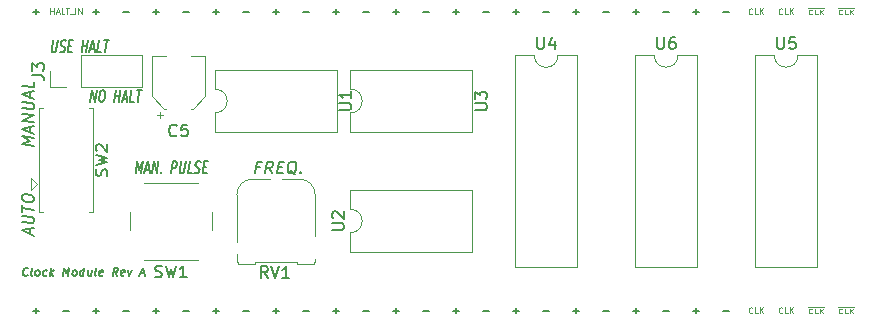
<source format=gbr>
%TF.GenerationSoftware,KiCad,Pcbnew,6.0.1-79c1e3a40b~116~ubuntu20.04.1*%
%TF.CreationDate,2022-02-13T18:37:17+04:00*%
%TF.ProjectId,clock_module,636c6f63-6b5f-46d6-9f64-756c652e6b69,rev?*%
%TF.SameCoordinates,Original*%
%TF.FileFunction,Legend,Top*%
%TF.FilePolarity,Positive*%
%FSLAX46Y46*%
G04 Gerber Fmt 4.6, Leading zero omitted, Abs format (unit mm)*
G04 Created by KiCad (PCBNEW 6.0.1-79c1e3a40b~116~ubuntu20.04.1) date 2022-02-13 18:37:17*
%MOMM*%
%LPD*%
G01*
G04 APERTURE LIST*
%ADD10C,0.150000*%
%ADD11C,0.125000*%
%ADD12C,0.100000*%
%ADD13C,0.175000*%
%ADD14C,0.120000*%
G04 APERTURE END LIST*
D10*
X68371980Y-53308929D02*
X67371980Y-53183929D01*
X68086266Y-52939882D01*
X67371980Y-52517263D01*
X68371980Y-52642263D01*
X68086266Y-52177977D02*
X68086266Y-51701786D01*
X68371980Y-52308929D02*
X67371980Y-51850596D01*
X68371980Y-51642263D01*
X68371980Y-51308929D02*
X67371980Y-51183929D01*
X68371980Y-50737501D01*
X67371980Y-50612501D01*
X67371980Y-50136310D02*
X68181504Y-50237501D01*
X68276742Y-50201786D01*
X68324361Y-50160120D01*
X68371980Y-50070834D01*
X68371980Y-49880358D01*
X68324361Y-49779167D01*
X68276742Y-49725596D01*
X68181504Y-49666072D01*
X67371980Y-49564882D01*
X68086266Y-49225596D02*
X68086266Y-48749405D01*
X68371980Y-49356548D02*
X67371980Y-48898215D01*
X68371980Y-48689882D01*
X68371980Y-47880358D02*
X68371980Y-48356548D01*
X67371980Y-48231548D01*
X68111666Y-60780625D02*
X68111666Y-60304434D01*
X68397380Y-60911577D02*
X67397380Y-60453244D01*
X68397380Y-60244910D01*
X67397380Y-59786577D02*
X68206904Y-59887767D01*
X68302142Y-59852053D01*
X68349761Y-59810386D01*
X68397380Y-59721101D01*
X68397380Y-59530625D01*
X68349761Y-59429434D01*
X68302142Y-59375863D01*
X68206904Y-59316339D01*
X67397380Y-59215148D01*
X67397380Y-58881815D02*
X67397380Y-58310386D01*
X68397380Y-58721101D02*
X67397380Y-58596101D01*
X67397380Y-57786577D02*
X67397380Y-57596101D01*
X67445000Y-57506815D01*
X67540238Y-57423482D01*
X67730714Y-57399672D01*
X68064047Y-57441339D01*
X68254523Y-57512767D01*
X68349761Y-57619910D01*
X68397380Y-57721101D01*
X68397380Y-57911577D01*
X68349761Y-58000863D01*
X68254523Y-58084196D01*
X68064047Y-58108005D01*
X67730714Y-58066339D01*
X67540238Y-57994910D01*
X67445000Y-57887767D01*
X67397380Y-57786577D01*
D11*
X131782380Y-67437771D02*
X131758571Y-67461580D01*
X131687142Y-67485390D01*
X131639523Y-67485390D01*
X131568095Y-67461580D01*
X131520476Y-67413961D01*
X131496666Y-67366342D01*
X131472857Y-67271104D01*
X131472857Y-67199676D01*
X131496666Y-67104438D01*
X131520476Y-67056819D01*
X131568095Y-67009200D01*
X131639523Y-66985390D01*
X131687142Y-66985390D01*
X131758571Y-67009200D01*
X131782380Y-67033009D01*
X132234761Y-67485390D02*
X131996666Y-67485390D01*
X131996666Y-66985390D01*
X132401428Y-67485390D02*
X132401428Y-66985390D01*
X132687142Y-67485390D02*
X132472857Y-67199676D01*
X132687142Y-66985390D02*
X132401428Y-67271104D01*
D12*
X136457619Y-66978000D02*
X136957619Y-66978000D01*
X136862380Y-67452857D02*
X136838571Y-67471904D01*
X136767142Y-67490952D01*
X136719523Y-67490952D01*
X136648095Y-67471904D01*
X136600476Y-67433809D01*
X136576666Y-67395714D01*
X136552857Y-67319523D01*
X136552857Y-67262380D01*
X136576666Y-67186190D01*
X136600476Y-67148095D01*
X136648095Y-67110000D01*
X136719523Y-67090952D01*
X136767142Y-67090952D01*
X136838571Y-67110000D01*
X136862380Y-67129047D01*
X136957619Y-66978000D02*
X137362380Y-66978000D01*
X137314761Y-67490952D02*
X137076666Y-67490952D01*
X137076666Y-67090952D01*
X137362380Y-66978000D02*
X137862380Y-66978000D01*
X137481428Y-67490952D02*
X137481428Y-67090952D01*
X137767142Y-67490952D02*
X137552857Y-67262380D01*
X137767142Y-67090952D02*
X137481428Y-67319523D01*
D11*
X129242380Y-67437771D02*
X129218571Y-67461580D01*
X129147142Y-67485390D01*
X129099523Y-67485390D01*
X129028095Y-67461580D01*
X128980476Y-67413961D01*
X128956666Y-67366342D01*
X128932857Y-67271104D01*
X128932857Y-67199676D01*
X128956666Y-67104438D01*
X128980476Y-67056819D01*
X129028095Y-67009200D01*
X129099523Y-66985390D01*
X129147142Y-66985390D01*
X129218571Y-67009200D01*
X129242380Y-67033009D01*
X129694761Y-67485390D02*
X129456666Y-67485390D01*
X129456666Y-66985390D01*
X129861428Y-67485390D02*
X129861428Y-66985390D01*
X130147142Y-67485390D02*
X129932857Y-67199676D01*
X130147142Y-66985390D02*
X129861428Y-67271104D01*
D12*
X133917619Y-66978000D02*
X134417619Y-66978000D01*
X134322380Y-67452857D02*
X134298571Y-67471904D01*
X134227142Y-67490952D01*
X134179523Y-67490952D01*
X134108095Y-67471904D01*
X134060476Y-67433809D01*
X134036666Y-67395714D01*
X134012857Y-67319523D01*
X134012857Y-67262380D01*
X134036666Y-67186190D01*
X134060476Y-67148095D01*
X134108095Y-67110000D01*
X134179523Y-67090952D01*
X134227142Y-67090952D01*
X134298571Y-67110000D01*
X134322380Y-67129047D01*
X134417619Y-66978000D02*
X134822380Y-66978000D01*
X134774761Y-67490952D02*
X134536666Y-67490952D01*
X134536666Y-67090952D01*
X134822380Y-66978000D02*
X135322380Y-66978000D01*
X134941428Y-67490952D02*
X134941428Y-67090952D01*
X135227142Y-67490952D02*
X135012857Y-67262380D01*
X135227142Y-67090952D02*
X134941428Y-67319523D01*
X136457619Y-41679600D02*
X136957619Y-41679600D01*
X136862380Y-42154457D02*
X136838571Y-42173504D01*
X136767142Y-42192552D01*
X136719523Y-42192552D01*
X136648095Y-42173504D01*
X136600476Y-42135409D01*
X136576666Y-42097314D01*
X136552857Y-42021123D01*
X136552857Y-41963980D01*
X136576666Y-41887790D01*
X136600476Y-41849695D01*
X136648095Y-41811600D01*
X136719523Y-41792552D01*
X136767142Y-41792552D01*
X136838571Y-41811600D01*
X136862380Y-41830647D01*
X136957619Y-41679600D02*
X137362380Y-41679600D01*
X137314761Y-42192552D02*
X137076666Y-42192552D01*
X137076666Y-41792552D01*
X137362380Y-41679600D02*
X137862380Y-41679600D01*
X137481428Y-42192552D02*
X137481428Y-41792552D01*
X137767142Y-42192552D02*
X137552857Y-41963980D01*
X137767142Y-41792552D02*
X137481428Y-42021123D01*
X133917619Y-41679600D02*
X134417619Y-41679600D01*
X134322380Y-42154457D02*
X134298571Y-42173504D01*
X134227142Y-42192552D01*
X134179523Y-42192552D01*
X134108095Y-42173504D01*
X134060476Y-42135409D01*
X134036666Y-42097314D01*
X134012857Y-42021123D01*
X134012857Y-41963980D01*
X134036666Y-41887790D01*
X134060476Y-41849695D01*
X134108095Y-41811600D01*
X134179523Y-41792552D01*
X134227142Y-41792552D01*
X134298571Y-41811600D01*
X134322380Y-41830647D01*
X134417619Y-41679600D02*
X134822380Y-41679600D01*
X134774761Y-42192552D02*
X134536666Y-42192552D01*
X134536666Y-41792552D01*
X134822380Y-41679600D02*
X135322380Y-41679600D01*
X134941428Y-42192552D02*
X134941428Y-41792552D01*
X135227142Y-42192552D02*
X135012857Y-41963980D01*
X135227142Y-41792552D02*
X134941428Y-42021123D01*
D11*
X131782380Y-42139371D02*
X131758571Y-42163180D01*
X131687142Y-42186990D01*
X131639523Y-42186990D01*
X131568095Y-42163180D01*
X131520476Y-42115561D01*
X131496666Y-42067942D01*
X131472857Y-41972704D01*
X131472857Y-41901276D01*
X131496666Y-41806038D01*
X131520476Y-41758419D01*
X131568095Y-41710800D01*
X131639523Y-41686990D01*
X131687142Y-41686990D01*
X131758571Y-41710800D01*
X131782380Y-41734609D01*
X132234761Y-42186990D02*
X131996666Y-42186990D01*
X131996666Y-41686990D01*
X132401428Y-42186990D02*
X132401428Y-41686990D01*
X132687142Y-42186990D02*
X132472857Y-41901276D01*
X132687142Y-41686990D02*
X132401428Y-41972704D01*
X129242380Y-42139371D02*
X129218571Y-42163180D01*
X129147142Y-42186990D01*
X129099523Y-42186990D01*
X129028095Y-42163180D01*
X128980476Y-42115561D01*
X128956666Y-42067942D01*
X128932857Y-41972704D01*
X128932857Y-41901276D01*
X128956666Y-41806038D01*
X128980476Y-41758419D01*
X129028095Y-41710800D01*
X129099523Y-41686990D01*
X129147142Y-41686990D01*
X129218571Y-41710800D01*
X129242380Y-41734609D01*
X129694761Y-42186990D02*
X129456666Y-42186990D01*
X129456666Y-41686990D01*
X129861428Y-42186990D02*
X129861428Y-41686990D01*
X130147142Y-42186990D02*
X129932857Y-41901276D01*
X130147142Y-41686990D02*
X129861428Y-41972704D01*
X69798571Y-42136190D02*
X69798571Y-41636190D01*
X69798571Y-41874285D02*
X70084285Y-41874285D01*
X70084285Y-42136190D02*
X70084285Y-41636190D01*
X70298571Y-41993333D02*
X70536666Y-41993333D01*
X70250952Y-42136190D02*
X70417619Y-41636190D01*
X70584285Y-42136190D01*
X70989047Y-42136190D02*
X70750952Y-42136190D01*
X70750952Y-41636190D01*
X71084285Y-41636190D02*
X71370000Y-41636190D01*
X71227142Y-42136190D02*
X71227142Y-41636190D01*
X71417619Y-42183809D02*
X71798571Y-42183809D01*
X71917619Y-42136190D02*
X71917619Y-41636190D01*
X72155714Y-42136190D02*
X72155714Y-41636190D01*
X72441428Y-42136190D01*
X72441428Y-41636190D01*
D10*
X121691428Y-41952857D02*
X122148571Y-41952857D01*
X126771428Y-41952857D02*
X127228571Y-41952857D01*
X81051428Y-41952857D02*
X81508571Y-41952857D01*
X116611428Y-41952857D02*
X117068571Y-41952857D01*
X96291428Y-41952857D02*
X96748571Y-41952857D01*
X75971428Y-41952857D02*
X76428571Y-41952857D01*
X106451428Y-41952857D02*
X106908571Y-41952857D01*
X91211428Y-41952857D02*
X91668571Y-41952857D01*
X111531428Y-41952857D02*
X111988571Y-41952857D01*
X86131428Y-41952857D02*
X86588571Y-41952857D01*
X101371428Y-41952857D02*
X101828571Y-41952857D01*
X111536428Y-67292857D02*
X111993571Y-67292857D01*
X116616428Y-67292857D02*
X117073571Y-67292857D01*
X126776428Y-67292857D02*
X127233571Y-67292857D01*
X121696428Y-67292857D02*
X122153571Y-67292857D01*
X91216428Y-67292857D02*
X91673571Y-67292857D01*
X101376428Y-67292857D02*
X101833571Y-67292857D01*
X96296428Y-67292857D02*
X96753571Y-67292857D01*
X106456428Y-67292857D02*
X106913571Y-67292857D01*
X81056428Y-67292857D02*
X81513571Y-67292857D01*
X86136428Y-67292857D02*
X86593571Y-67292857D01*
X75976428Y-67292857D02*
X76433571Y-67292857D01*
X70896428Y-67292857D02*
X71353571Y-67292857D01*
X124231428Y-67276657D02*
X124688571Y-67276657D01*
X124460000Y-67505228D02*
X124460000Y-67048085D01*
X119151428Y-67276657D02*
X119608571Y-67276657D01*
X119380000Y-67505228D02*
X119380000Y-67048085D01*
X114071428Y-67276657D02*
X114528571Y-67276657D01*
X114300000Y-67505228D02*
X114300000Y-67048085D01*
X98831428Y-67276657D02*
X99288571Y-67276657D01*
X99060000Y-67505228D02*
X99060000Y-67048085D01*
X93751428Y-67276657D02*
X94208571Y-67276657D01*
X93980000Y-67505228D02*
X93980000Y-67048085D01*
X108991428Y-67276657D02*
X109448571Y-67276657D01*
X109220000Y-67505228D02*
X109220000Y-67048085D01*
X103911428Y-67276657D02*
X104368571Y-67276657D01*
X104140000Y-67505228D02*
X104140000Y-67048085D01*
X88671428Y-67276657D02*
X89128571Y-67276657D01*
X88900000Y-67505228D02*
X88900000Y-67048085D01*
X83591428Y-67276657D02*
X84048571Y-67276657D01*
X83820000Y-67505228D02*
X83820000Y-67048085D01*
X78511428Y-67276657D02*
X78968571Y-67276657D01*
X78740000Y-67505228D02*
X78740000Y-67048085D01*
X73431428Y-67276657D02*
X73888571Y-67276657D01*
X73660000Y-67505228D02*
X73660000Y-67048085D01*
X68351428Y-67276657D02*
X68808571Y-67276657D01*
X68580000Y-67505228D02*
X68580000Y-67048085D01*
X124231428Y-41952857D02*
X124688571Y-41952857D01*
X124460000Y-42181428D02*
X124460000Y-41724285D01*
X119151428Y-41952857D02*
X119608571Y-41952857D01*
X119380000Y-42181428D02*
X119380000Y-41724285D01*
X114071428Y-41952857D02*
X114528571Y-41952857D01*
X114300000Y-42181428D02*
X114300000Y-41724285D01*
X108991428Y-41952857D02*
X109448571Y-41952857D01*
X109220000Y-42181428D02*
X109220000Y-41724285D01*
X103911428Y-41952857D02*
X104368571Y-41952857D01*
X104140000Y-42181428D02*
X104140000Y-41724285D01*
X98831428Y-41952857D02*
X99288571Y-41952857D01*
X99060000Y-42181428D02*
X99060000Y-41724285D01*
X93751428Y-41952857D02*
X94208571Y-41952857D01*
X93980000Y-42181428D02*
X93980000Y-41724285D01*
X88671428Y-41952857D02*
X89128571Y-41952857D01*
X88900000Y-42181428D02*
X88900000Y-41724285D01*
X83591428Y-41952857D02*
X84048571Y-41952857D01*
X83820000Y-42181428D02*
X83820000Y-41724285D01*
X78511428Y-41952857D02*
X78968571Y-41952857D01*
X78740000Y-42181428D02*
X78740000Y-41724285D01*
X73431428Y-41952857D02*
X73888571Y-41952857D01*
X73660000Y-42181428D02*
X73660000Y-41724285D01*
X68351428Y-41952857D02*
X68808571Y-41952857D01*
X68580000Y-42181428D02*
X68580000Y-41724285D01*
X70010794Y-44384980D02*
X69909603Y-45194504D01*
X69931032Y-45289742D01*
X69958413Y-45337361D01*
X70019127Y-45384980D01*
X70152460Y-45384980D01*
X70225079Y-45337361D01*
X70264365Y-45289742D01*
X70309603Y-45194504D01*
X70410794Y-44384980D01*
X70591746Y-45337361D02*
X70685794Y-45384980D01*
X70852460Y-45384980D01*
X70925079Y-45337361D01*
X70964365Y-45289742D01*
X71009603Y-45194504D01*
X71021508Y-45099266D01*
X71000079Y-45004028D01*
X70972698Y-44956409D01*
X70911984Y-44908790D01*
X70784603Y-44861171D01*
X70723889Y-44813552D01*
X70696508Y-44765933D01*
X70675079Y-44670695D01*
X70686984Y-44575457D01*
X70732222Y-44480219D01*
X70771508Y-44432600D01*
X70844127Y-44384980D01*
X71010794Y-44384980D01*
X71104841Y-44432600D01*
X71351270Y-44861171D02*
X71584603Y-44861171D01*
X71619127Y-45384980D02*
X71285794Y-45384980D01*
X71410794Y-44384980D01*
X71744127Y-44384980D01*
X72452460Y-45384980D02*
X72577460Y-44384980D01*
X72517936Y-44861171D02*
X72917936Y-44861171D01*
X72852460Y-45384980D02*
X72977460Y-44384980D01*
X73188175Y-45099266D02*
X73521508Y-45099266D01*
X73085794Y-45384980D02*
X73444127Y-44384980D01*
X73552460Y-45384980D01*
X74119127Y-45384980D02*
X73785794Y-45384980D01*
X73910794Y-44384980D01*
X74377460Y-44384980D02*
X74777460Y-44384980D01*
X74452460Y-45384980D02*
X74577460Y-44384980D01*
X73191727Y-49601380D02*
X73316727Y-48601380D01*
X73591727Y-49601380D01*
X73716727Y-48601380D01*
X74183394Y-48601380D02*
X74316727Y-48601380D01*
X74377441Y-48649000D01*
X74432203Y-48744238D01*
X74441727Y-48934714D01*
X74400060Y-49268047D01*
X74342917Y-49458523D01*
X74264346Y-49553761D01*
X74191727Y-49601380D01*
X74058394Y-49601380D01*
X73997679Y-49553761D01*
X73942917Y-49458523D01*
X73933394Y-49268047D01*
X73975060Y-48934714D01*
X74032203Y-48744238D01*
X74110775Y-48649000D01*
X74183394Y-48601380D01*
X75191727Y-49601380D02*
X75316727Y-48601380D01*
X75257203Y-49077571D02*
X75657203Y-49077571D01*
X75591727Y-49601380D02*
X75716727Y-48601380D01*
X75927441Y-49315666D02*
X76260775Y-49315666D01*
X75825060Y-49601380D02*
X76183394Y-48601380D01*
X76291727Y-49601380D01*
X76858394Y-49601380D02*
X76525060Y-49601380D01*
X76650060Y-48601380D01*
X77116727Y-48601380D02*
X77516727Y-48601380D01*
X77191727Y-49601380D02*
X77316727Y-48601380D01*
X77021994Y-55627380D02*
X77146994Y-54627380D01*
X77291041Y-55341666D01*
X77613660Y-54627380D01*
X77488660Y-55627380D01*
X77824375Y-55341666D02*
X78157708Y-55341666D01*
X77721994Y-55627380D02*
X78080327Y-54627380D01*
X78188660Y-55627380D01*
X78421994Y-55627380D02*
X78546994Y-54627380D01*
X78821994Y-55627380D01*
X78946994Y-54627380D01*
X79167232Y-55532142D02*
X79194613Y-55579761D01*
X79155327Y-55627380D01*
X79127946Y-55579761D01*
X79167232Y-55532142D01*
X79155327Y-55627380D01*
X80021994Y-55627380D02*
X80146994Y-54627380D01*
X80413660Y-54627380D01*
X80474375Y-54675000D01*
X80501755Y-54722619D01*
X80523184Y-54817857D01*
X80505327Y-54960714D01*
X80460089Y-55055952D01*
X80420803Y-55103571D01*
X80348184Y-55151190D01*
X80081517Y-55151190D01*
X80846994Y-54627380D02*
X80745803Y-55436904D01*
X80767232Y-55532142D01*
X80794613Y-55579761D01*
X80855327Y-55627380D01*
X80988660Y-55627380D01*
X81061279Y-55579761D01*
X81100565Y-55532142D01*
X81145803Y-55436904D01*
X81246994Y-54627380D01*
X81788660Y-55627380D02*
X81455327Y-55627380D01*
X81580327Y-54627380D01*
X81994613Y-55579761D02*
X82088660Y-55627380D01*
X82255327Y-55627380D01*
X82327946Y-55579761D01*
X82367232Y-55532142D01*
X82412470Y-55436904D01*
X82424375Y-55341666D01*
X82402946Y-55246428D01*
X82375565Y-55198809D01*
X82314851Y-55151190D01*
X82187470Y-55103571D01*
X82126755Y-55055952D01*
X82099375Y-55008333D01*
X82077946Y-54913095D01*
X82089851Y-54817857D01*
X82135089Y-54722619D01*
X82174375Y-54675000D01*
X82246994Y-54627380D01*
X82413660Y-54627380D01*
X82507708Y-54675000D01*
X82754136Y-55103571D02*
X82987470Y-55103571D01*
X83021994Y-55627380D02*
X82688660Y-55627380D01*
X82813660Y-54627380D01*
X83146994Y-54627380D01*
X87527975Y-55122771D02*
X87194641Y-55122771D01*
X87129165Y-55646580D02*
X87254165Y-54646580D01*
X87730355Y-54646580D01*
X88557736Y-55646580D02*
X88283927Y-55170390D01*
X87986308Y-55646580D02*
X88111308Y-54646580D01*
X88492260Y-54646580D01*
X88581546Y-54694200D01*
X88623213Y-54741819D01*
X88658927Y-54837057D01*
X88641070Y-54979914D01*
X88581546Y-55075152D01*
X88527975Y-55122771D01*
X88426784Y-55170390D01*
X88045832Y-55170390D01*
X89051784Y-55122771D02*
X89385117Y-55122771D01*
X89462498Y-55646580D02*
X88986308Y-55646580D01*
X89111308Y-54646580D01*
X89587498Y-54646580D01*
X90545832Y-55741819D02*
X90456546Y-55694200D01*
X90373213Y-55598961D01*
X90248213Y-55456104D01*
X90158927Y-55408485D01*
X90063689Y-55408485D01*
X90081546Y-55646580D02*
X89992260Y-55598961D01*
X89908927Y-55503723D01*
X89885117Y-55313247D01*
X89926784Y-54979914D01*
X89998213Y-54789438D01*
X90105355Y-54694200D01*
X90206546Y-54646580D01*
X90397022Y-54646580D01*
X90486308Y-54694200D01*
X90569641Y-54789438D01*
X90593451Y-54979914D01*
X90551784Y-55313247D01*
X90480355Y-55503723D01*
X90373213Y-55598961D01*
X90272022Y-55646580D01*
X90081546Y-55646580D01*
X90950594Y-55551342D02*
X90992260Y-55598961D01*
X90938689Y-55646580D01*
X90897022Y-55598961D01*
X90950594Y-55551342D01*
X90938689Y-55646580D01*
D13*
X67869395Y-64258000D02*
X67831895Y-64291333D01*
X67727729Y-64324666D01*
X67661062Y-64324666D01*
X67565229Y-64291333D01*
X67506895Y-64224666D01*
X67481895Y-64158000D01*
X67465229Y-64024666D01*
X67477729Y-63924666D01*
X67527729Y-63791333D01*
X67569395Y-63724666D01*
X67644395Y-63658000D01*
X67748562Y-63624666D01*
X67815229Y-63624666D01*
X67911062Y-63658000D01*
X67940229Y-63691333D01*
X68261062Y-64324666D02*
X68198562Y-64291333D01*
X68173562Y-64224666D01*
X68248562Y-63624666D01*
X68627729Y-64324666D02*
X68565229Y-64291333D01*
X68536062Y-64258000D01*
X68511062Y-64191333D01*
X68536062Y-63991333D01*
X68577729Y-63924666D01*
X68615229Y-63891333D01*
X68686062Y-63858000D01*
X68786062Y-63858000D01*
X68848562Y-63891333D01*
X68877729Y-63924666D01*
X68902729Y-63991333D01*
X68877729Y-64191333D01*
X68836062Y-64258000D01*
X68798562Y-64291333D01*
X68727729Y-64324666D01*
X68627729Y-64324666D01*
X69465229Y-64291333D02*
X69394395Y-64324666D01*
X69261062Y-64324666D01*
X69198562Y-64291333D01*
X69169395Y-64258000D01*
X69144395Y-64191333D01*
X69169395Y-63991333D01*
X69211062Y-63924666D01*
X69248562Y-63891333D01*
X69319395Y-63858000D01*
X69452729Y-63858000D01*
X69515229Y-63891333D01*
X69761062Y-64324666D02*
X69848562Y-63624666D01*
X69861062Y-64058000D02*
X70027729Y-64324666D01*
X70086062Y-63858000D02*
X69786062Y-64124666D01*
X70861062Y-64324666D02*
X70948562Y-63624666D01*
X71119395Y-64124666D01*
X71415229Y-63624666D01*
X71327729Y-64324666D01*
X71761062Y-64324666D02*
X71698562Y-64291333D01*
X71669395Y-64258000D01*
X71644395Y-64191333D01*
X71669395Y-63991333D01*
X71711062Y-63924666D01*
X71748562Y-63891333D01*
X71819395Y-63858000D01*
X71919395Y-63858000D01*
X71981895Y-63891333D01*
X72011062Y-63924666D01*
X72036062Y-63991333D01*
X72011062Y-64191333D01*
X71969395Y-64258000D01*
X71931895Y-64291333D01*
X71861062Y-64324666D01*
X71761062Y-64324666D01*
X72594395Y-64324666D02*
X72681895Y-63624666D01*
X72598562Y-64291333D02*
X72527729Y-64324666D01*
X72394395Y-64324666D01*
X72331895Y-64291333D01*
X72302729Y-64258000D01*
X72277729Y-64191333D01*
X72302729Y-63991333D01*
X72344395Y-63924666D01*
X72381895Y-63891333D01*
X72452729Y-63858000D01*
X72586062Y-63858000D01*
X72648562Y-63891333D01*
X73286062Y-63858000D02*
X73227729Y-64324666D01*
X72986062Y-63858000D02*
X72940229Y-64224666D01*
X72965229Y-64291333D01*
X73027729Y-64324666D01*
X73127729Y-64324666D01*
X73198562Y-64291333D01*
X73236062Y-64258000D01*
X73661062Y-64324666D02*
X73598562Y-64291333D01*
X73573562Y-64224666D01*
X73648562Y-63624666D01*
X74198562Y-64291333D02*
X74127729Y-64324666D01*
X73994395Y-64324666D01*
X73931895Y-64291333D01*
X73906895Y-64224666D01*
X73940229Y-63958000D01*
X73981895Y-63891333D01*
X74052729Y-63858000D01*
X74186062Y-63858000D01*
X74248562Y-63891333D01*
X74273562Y-63958000D01*
X74265229Y-64024666D01*
X73923562Y-64091333D01*
X75461062Y-64324666D02*
X75269395Y-63991333D01*
X75061062Y-64324666D02*
X75148562Y-63624666D01*
X75415229Y-63624666D01*
X75477729Y-63658000D01*
X75506895Y-63691333D01*
X75531895Y-63758000D01*
X75519395Y-63858000D01*
X75477729Y-63924666D01*
X75440229Y-63958000D01*
X75369395Y-63991333D01*
X75102729Y-63991333D01*
X76031895Y-64291333D02*
X75961062Y-64324666D01*
X75827729Y-64324666D01*
X75765229Y-64291333D01*
X75740229Y-64224666D01*
X75773562Y-63958000D01*
X75815229Y-63891333D01*
X75886062Y-63858000D01*
X76019395Y-63858000D01*
X76081895Y-63891333D01*
X76106895Y-63958000D01*
X76098562Y-64024666D01*
X75756895Y-64091333D01*
X76352729Y-63858000D02*
X76461062Y-64324666D01*
X76686062Y-63858000D01*
X77419395Y-64124666D02*
X77752729Y-64124666D01*
X77327729Y-64324666D02*
X77648562Y-63624666D01*
X77794395Y-64324666D01*
D10*
%TO.C,U1*%
X94270580Y-50281904D02*
X95080104Y-50281904D01*
X95175342Y-50234285D01*
X95222961Y-50186666D01*
X95270580Y-50091428D01*
X95270580Y-49900952D01*
X95222961Y-49805714D01*
X95175342Y-49758095D01*
X95080104Y-49710476D01*
X94270580Y-49710476D01*
X95270580Y-48710476D02*
X95270580Y-49281904D01*
X95270580Y-48996190D02*
X94270580Y-48996190D01*
X94413438Y-49091428D01*
X94508676Y-49186666D01*
X94556295Y-49281904D01*
%TO.C,J3*%
X68257380Y-47323333D02*
X68971666Y-47323333D01*
X69114523Y-47370952D01*
X69209761Y-47466190D01*
X69257380Y-47609047D01*
X69257380Y-47704285D01*
X68257380Y-46942380D02*
X68257380Y-46323333D01*
X68638333Y-46656666D01*
X68638333Y-46513809D01*
X68685952Y-46418571D01*
X68733571Y-46370952D01*
X68828809Y-46323333D01*
X69066904Y-46323333D01*
X69162142Y-46370952D01*
X69209761Y-46418571D01*
X69257380Y-46513809D01*
X69257380Y-46799523D01*
X69209761Y-46894761D01*
X69162142Y-46942380D01*
%TO.C,U3*%
X105751380Y-50291904D02*
X106560904Y-50291904D01*
X106656142Y-50244285D01*
X106703761Y-50196666D01*
X106751380Y-50101428D01*
X106751380Y-49910952D01*
X106703761Y-49815714D01*
X106656142Y-49768095D01*
X106560904Y-49720476D01*
X105751380Y-49720476D01*
X105751380Y-49339523D02*
X105751380Y-48720476D01*
X106132333Y-49053809D01*
X106132333Y-48910952D01*
X106179952Y-48815714D01*
X106227571Y-48768095D01*
X106322809Y-48720476D01*
X106560904Y-48720476D01*
X106656142Y-48768095D01*
X106703761Y-48815714D01*
X106751380Y-48910952D01*
X106751380Y-49196666D01*
X106703761Y-49291904D01*
X106656142Y-49339523D01*
%TO.C,U5*%
X131328095Y-44112380D02*
X131328095Y-44921904D01*
X131375714Y-45017142D01*
X131423333Y-45064761D01*
X131518571Y-45112380D01*
X131709047Y-45112380D01*
X131804285Y-45064761D01*
X131851904Y-45017142D01*
X131899523Y-44921904D01*
X131899523Y-44112380D01*
X132851904Y-44112380D02*
X132375714Y-44112380D01*
X132328095Y-44588571D01*
X132375714Y-44540952D01*
X132470952Y-44493333D01*
X132709047Y-44493333D01*
X132804285Y-44540952D01*
X132851904Y-44588571D01*
X132899523Y-44683809D01*
X132899523Y-44921904D01*
X132851904Y-45017142D01*
X132804285Y-45064761D01*
X132709047Y-45112380D01*
X132470952Y-45112380D01*
X132375714Y-45064761D01*
X132328095Y-45017142D01*
%TO.C,RV1*%
X88203161Y-64511180D02*
X87869828Y-64034990D01*
X87631733Y-64511180D02*
X87631733Y-63511180D01*
X88012685Y-63511180D01*
X88107923Y-63558800D01*
X88155542Y-63606419D01*
X88203161Y-63701657D01*
X88203161Y-63844514D01*
X88155542Y-63939752D01*
X88107923Y-63987371D01*
X88012685Y-64034990D01*
X87631733Y-64034990D01*
X88488876Y-63511180D02*
X88822209Y-64511180D01*
X89155542Y-63511180D01*
X90012685Y-64511180D02*
X89441257Y-64511180D01*
X89726971Y-64511180D02*
X89726971Y-63511180D01*
X89631733Y-63654038D01*
X89536495Y-63749276D01*
X89441257Y-63796895D01*
%TO.C,C5*%
X80478333Y-52427142D02*
X80430714Y-52474761D01*
X80287857Y-52522380D01*
X80192619Y-52522380D01*
X80049761Y-52474761D01*
X79954523Y-52379523D01*
X79906904Y-52284285D01*
X79859285Y-52093809D01*
X79859285Y-51950952D01*
X79906904Y-51760476D01*
X79954523Y-51665238D01*
X80049761Y-51570000D01*
X80192619Y-51522380D01*
X80287857Y-51522380D01*
X80430714Y-51570000D01*
X80478333Y-51617619D01*
X81383095Y-51522380D02*
X80906904Y-51522380D01*
X80859285Y-51998571D01*
X80906904Y-51950952D01*
X81002142Y-51903333D01*
X81240238Y-51903333D01*
X81335476Y-51950952D01*
X81383095Y-51998571D01*
X81430714Y-52093809D01*
X81430714Y-52331904D01*
X81383095Y-52427142D01*
X81335476Y-52474761D01*
X81240238Y-52522380D01*
X81002142Y-52522380D01*
X80906904Y-52474761D01*
X80859285Y-52427142D01*
%TO.C,SW2*%
X74572761Y-55848333D02*
X74620380Y-55705476D01*
X74620380Y-55467380D01*
X74572761Y-55372142D01*
X74525142Y-55324523D01*
X74429904Y-55276904D01*
X74334666Y-55276904D01*
X74239428Y-55324523D01*
X74191809Y-55372142D01*
X74144190Y-55467380D01*
X74096571Y-55657857D01*
X74048952Y-55753095D01*
X74001333Y-55800714D01*
X73906095Y-55848333D01*
X73810857Y-55848333D01*
X73715619Y-55800714D01*
X73668000Y-55753095D01*
X73620380Y-55657857D01*
X73620380Y-55419761D01*
X73668000Y-55276904D01*
X73620380Y-54943571D02*
X74620380Y-54705476D01*
X73906095Y-54515000D01*
X74620380Y-54324523D01*
X73620380Y-54086428D01*
X73715619Y-53753095D02*
X73668000Y-53705476D01*
X73620380Y-53610238D01*
X73620380Y-53372142D01*
X73668000Y-53276904D01*
X73715619Y-53229285D01*
X73810857Y-53181666D01*
X73906095Y-53181666D01*
X74048952Y-53229285D01*
X74620380Y-53800714D01*
X74620380Y-53181666D01*
%TO.C,U6*%
X121168095Y-44112380D02*
X121168095Y-44921904D01*
X121215714Y-45017142D01*
X121263333Y-45064761D01*
X121358571Y-45112380D01*
X121549047Y-45112380D01*
X121644285Y-45064761D01*
X121691904Y-45017142D01*
X121739523Y-44921904D01*
X121739523Y-44112380D01*
X122644285Y-44112380D02*
X122453809Y-44112380D01*
X122358571Y-44160000D01*
X122310952Y-44207619D01*
X122215714Y-44350476D01*
X122168095Y-44540952D01*
X122168095Y-44921904D01*
X122215714Y-45017142D01*
X122263333Y-45064761D01*
X122358571Y-45112380D01*
X122549047Y-45112380D01*
X122644285Y-45064761D01*
X122691904Y-45017142D01*
X122739523Y-44921904D01*
X122739523Y-44683809D01*
X122691904Y-44588571D01*
X122644285Y-44540952D01*
X122549047Y-44493333D01*
X122358571Y-44493333D01*
X122263333Y-44540952D01*
X122215714Y-44588571D01*
X122168095Y-44683809D01*
%TO.C,SW1*%
X78676666Y-64412761D02*
X78819523Y-64460380D01*
X79057619Y-64460380D01*
X79152857Y-64412761D01*
X79200476Y-64365142D01*
X79248095Y-64269904D01*
X79248095Y-64174666D01*
X79200476Y-64079428D01*
X79152857Y-64031809D01*
X79057619Y-63984190D01*
X78867142Y-63936571D01*
X78771904Y-63888952D01*
X78724285Y-63841333D01*
X78676666Y-63746095D01*
X78676666Y-63650857D01*
X78724285Y-63555619D01*
X78771904Y-63508000D01*
X78867142Y-63460380D01*
X79105238Y-63460380D01*
X79248095Y-63508000D01*
X79581428Y-63460380D02*
X79819523Y-64460380D01*
X80010000Y-63746095D01*
X80200476Y-64460380D01*
X80438571Y-63460380D01*
X81343333Y-64460380D02*
X80771904Y-64460380D01*
X81057619Y-64460380D02*
X81057619Y-63460380D01*
X80962380Y-63603238D01*
X80867142Y-63698476D01*
X80771904Y-63746095D01*
%TO.C,U2*%
X93642380Y-60441904D02*
X94451904Y-60441904D01*
X94547142Y-60394285D01*
X94594761Y-60346666D01*
X94642380Y-60251428D01*
X94642380Y-60060952D01*
X94594761Y-59965714D01*
X94547142Y-59918095D01*
X94451904Y-59870476D01*
X93642380Y-59870476D01*
X93737619Y-59441904D02*
X93690000Y-59394285D01*
X93642380Y-59299047D01*
X93642380Y-59060952D01*
X93690000Y-58965714D01*
X93737619Y-58918095D01*
X93832857Y-58870476D01*
X93928095Y-58870476D01*
X94070952Y-58918095D01*
X94642380Y-59489523D01*
X94642380Y-58870476D01*
%TO.C,U4*%
X111008095Y-44117380D02*
X111008095Y-44926904D01*
X111055714Y-45022142D01*
X111103333Y-45069761D01*
X111198571Y-45117380D01*
X111389047Y-45117380D01*
X111484285Y-45069761D01*
X111531904Y-45022142D01*
X111579523Y-44926904D01*
X111579523Y-44117380D01*
X112484285Y-44450714D02*
X112484285Y-45117380D01*
X112246190Y-44069761D02*
X112008095Y-44784047D01*
X112627142Y-44784047D01*
D14*
%TO.C,U1*%
X83760000Y-46870000D02*
X83760000Y-48520000D01*
X83760000Y-50520000D02*
X83760000Y-52170000D01*
X94040000Y-46870000D02*
X83760000Y-46870000D01*
X94040000Y-52170000D02*
X94040000Y-46870000D01*
X83760000Y-52170000D02*
X94040000Y-52170000D01*
X83760000Y-50520000D02*
G75*
G03*
X83760000Y-48520000I0J1000000D01*
G01*
%TO.C,J3*%
X77545000Y-48320000D02*
X77545000Y-45660000D01*
X72405000Y-48320000D02*
X77545000Y-48320000D01*
X71135000Y-48320000D02*
X69805000Y-48320000D01*
X72405000Y-45660000D02*
X77545000Y-45660000D01*
X69805000Y-48320000D02*
X69805000Y-46990000D01*
X72405000Y-48320000D02*
X72405000Y-45660000D01*
%TO.C,U3*%
X105480000Y-52170000D02*
X105480000Y-46870000D01*
X95200000Y-50520000D02*
X95200000Y-52170000D01*
X105480000Y-46870000D02*
X95200000Y-46870000D01*
X95200000Y-52170000D02*
X105480000Y-52170000D01*
X95200000Y-46870000D02*
X95200000Y-48520000D01*
X95200000Y-50520000D02*
G75*
G03*
X95200000Y-48520000I0J1000000D01*
G01*
%TO.C,U5*%
X129440000Y-63560000D02*
X134740000Y-63560000D01*
X131090000Y-45660000D02*
X129440000Y-45660000D01*
X134740000Y-45660000D02*
X133090000Y-45660000D01*
X129440000Y-45660000D02*
X129440000Y-63560000D01*
X134740000Y-63560000D02*
X134740000Y-45660000D01*
X131090000Y-45660000D02*
G75*
G03*
X133090000Y-45660000I1000000J0D01*
G01*
%TO.C,RV1*%
X90690000Y-63150000D02*
X87110000Y-63150000D01*
X87110000Y-63350000D02*
X85690000Y-63350000D01*
X85690000Y-63150000D02*
X85590000Y-63150000D01*
X92110000Y-63150000D02*
X92210000Y-63150000D01*
X89410000Y-56130000D02*
X90900000Y-56130000D01*
X86900000Y-56130000D02*
X88390000Y-56130000D01*
X92210000Y-63150000D02*
X92210000Y-62900000D01*
X85590000Y-61420000D02*
X85590000Y-57440000D01*
X85690000Y-63350000D02*
X85690000Y-63150000D01*
X92110000Y-63350000D02*
X92110000Y-63150000D01*
X90690000Y-63150000D02*
X90690000Y-63350000D01*
X85590000Y-63150000D02*
X85590000Y-62460000D01*
X92110000Y-63350000D02*
X90690000Y-63350000D01*
X92210000Y-57440000D02*
X92210000Y-60980000D01*
X87110000Y-63150000D02*
X87110000Y-63350000D01*
X86900000Y-56130000D02*
G75*
G03*
X85590000Y-57440000I0J-1310000D01*
G01*
X92210000Y-57440000D02*
G75*
G03*
X90900000Y-56130000I-1310000J0D01*
G01*
%TO.C,C5*%
X81840563Y-50189800D02*
X81705000Y-50189800D01*
X81840563Y-50189800D02*
X82905000Y-49125363D01*
X79449437Y-50189800D02*
X79585000Y-50189800D01*
X79085000Y-50929800D02*
X79085000Y-50429800D01*
X82905000Y-49125363D02*
X82905000Y-45669800D01*
X78385000Y-49125363D02*
X78385000Y-45669800D01*
X78835000Y-50679800D02*
X79335000Y-50679800D01*
X78385000Y-45669800D02*
X79585000Y-45669800D01*
X82905000Y-45669800D02*
X81705000Y-45669800D01*
X79449437Y-50189800D02*
X78385000Y-49125363D01*
%TO.C,SW2*%
X68860000Y-50105000D02*
X69170000Y-50105000D01*
X73380000Y-58925000D02*
X73070000Y-58925000D01*
X68160000Y-57015000D02*
X68660000Y-56515000D01*
X73380000Y-50105000D02*
X73070000Y-50105000D01*
X73380000Y-50105000D02*
X73380000Y-58925000D01*
X68660000Y-56515000D02*
X68160000Y-56015000D01*
X68160000Y-56015000D02*
X68160000Y-57015000D01*
X68860000Y-58925000D02*
X68860000Y-50105000D01*
X69170000Y-58925000D02*
X68860000Y-58925000D01*
%TO.C,U6*%
X124580000Y-45660000D02*
X122930000Y-45660000D01*
X119280000Y-45660000D02*
X119280000Y-63560000D01*
X124580000Y-63560000D02*
X124580000Y-45660000D01*
X120930000Y-45660000D02*
X119280000Y-45660000D01*
X119280000Y-63560000D02*
X124580000Y-63560000D01*
X120930000Y-45660000D02*
G75*
G03*
X122930000Y-45660000I1000000J0D01*
G01*
%TO.C,SW1*%
X83510000Y-60440000D02*
X83510000Y-58940000D01*
X82260000Y-56440000D02*
X77760000Y-56440000D01*
X76510000Y-58940000D02*
X76510000Y-60440000D01*
X77760000Y-62940000D02*
X82260000Y-62940000D01*
%TO.C,U2*%
X95190000Y-60680000D02*
X95190000Y-62330000D01*
X95190000Y-57030000D02*
X95190000Y-58680000D01*
X95190000Y-62330000D02*
X105470000Y-62330000D01*
X105470000Y-62330000D02*
X105470000Y-57030000D01*
X105470000Y-57030000D02*
X95190000Y-57030000D01*
X95190000Y-60680000D02*
G75*
G03*
X95190000Y-58680000I0J1000000D01*
G01*
%TO.C,U4*%
X109120000Y-63565000D02*
X114420000Y-63565000D01*
X114420000Y-45665000D02*
X112770000Y-45665000D01*
X114420000Y-63565000D02*
X114420000Y-45665000D01*
X109120000Y-45665000D02*
X109120000Y-63565000D01*
X110770000Y-45665000D02*
X109120000Y-45665000D01*
X110770000Y-45665000D02*
G75*
G03*
X112770000Y-45665000I1000000J0D01*
G01*
%TD*%
M02*

</source>
